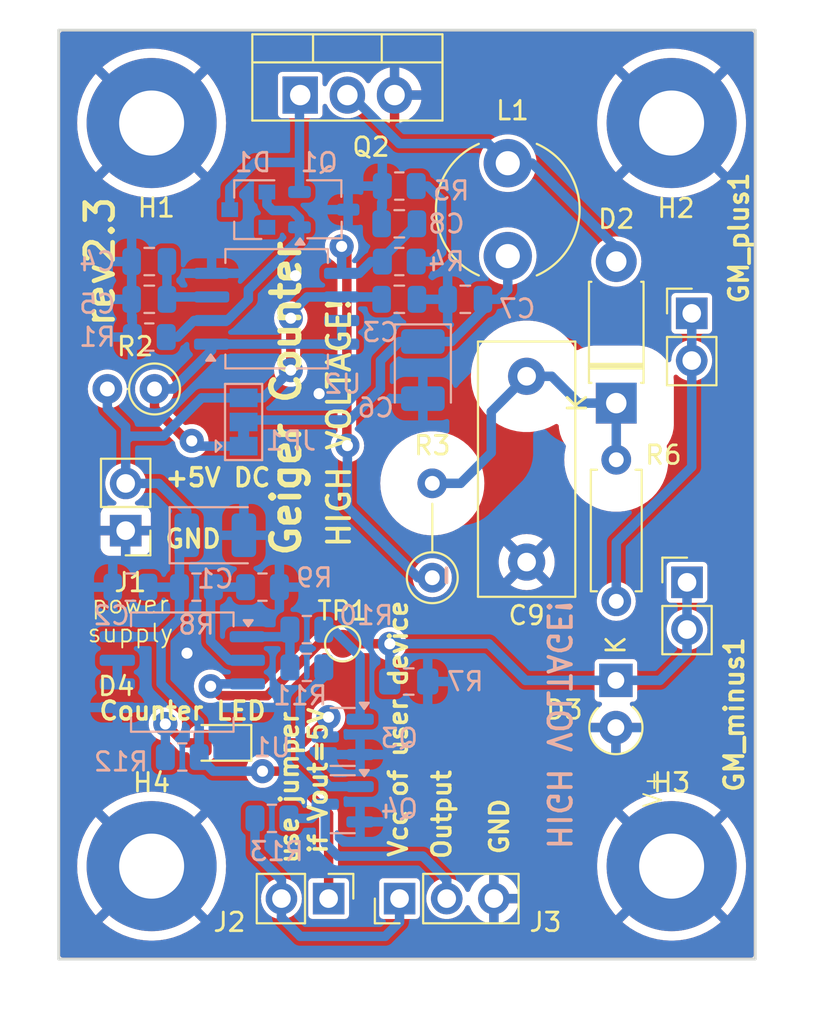
<source format=kicad_pcb>
(kicad_pcb (version 20240108) (generator "pcbnew") (generator_version "8.0")
  (layers (0 "F.Cu" signal "Top") (31 "B.Cu" signal "Bottom") (34 "B.Paste" user) (35 "F.Paste" user) (36 "B.SilkS" user "B.Silkscreen") (37 "F.SilkS" user "F.Silkscreen") (38 "B.Mask" user) (39 "F.Mask" user) (44 "Edge.Cuts" user))
  (net 0 "")
  (net 1 "Net-(JP1-C)")
  (net 2 "Net-(D1-A)")
  (net 3 "Net-(R4-Pad1)")
  (net 4 "Net-(D1-K)")
  (net 5 "Net-(D2-K)")
  (net 6 "Net-(D2-A)")
  (net 7 "GND")
  (net 8 "Net-(D3-K)")
  (net 9 "Net-(D4-A)")
  (net 10 "Net-(D4-K)")
  (net 11 "Net-(GM_plus1-Pin_1)")
  (net 12 "Net-(Q3-B)")
  (net 13 "Net-(Q4-B)")
  (net 14 "Net-(J3-Pin_2)")
  (net 15 "Net-(U1A--)")
  (net 16 "Net-(R10-Pad1)")
  (net 17 "Net-(J2-Pin_2)")
  (net 18 "Net-(U1B--)")
  (net 19 "Net-(J1-Pin_2)")
  (net 20 "Net-(U2-TC)")
  (net 21 "Net-(U2-Vfb)")
  (net 22 "Net-(JP1-A)")
  (footprint "Diode_THT:D_A-405_P2.54mm_Vertical_KathodeUp" (layer "F.Cu") (at 160 115 -90)
    (property "Reference" "D3" (at 1.586 2.774 180) (layer "F.SilkS"))
    (property "Value" "5V1")
    (fp_text user "K" (at -1.9 0 90) (layer "F.SilkS"))
    (pad "1" thru_hole rect (at 0 0 270) (size 1.8 1.8) (drill 0.9) (layers "*.Cu" "*.Mask") (net 8 "Net-(D3-K)"))
    (pad "2" thru_hole oval (at 2.54 0 270) (size 1.8 1.8) (drill 0.9) (layers "*.Cu" "*.Mask") (net 7 "GND"))
  )
  (footprint "Resistor_THT:R_Axial_DIN0207_L6.3mm_D2.5mm_P2.54mm_Vertical" (layer "F.Cu") (at 135.157 99.314 180)
    (property "Reference" "R2" (at 1.045 2.286 0) (layer "F.SilkS"))
    (property "Value" "R22/0.5W")
    (pad "1" thru_hole circle (at 0 0 180) (size 1.6 1.6) (drill 0.8) (layers "*.Cu" "*.Mask") (net 22 "Net-(JP1-A)"))
    (pad "2" thru_hole oval (at 2.54 0 180) (size 1.6 1.6) (drill 0.8) (layers "*.Cu" "*.Mask") (net 19 "Net-(J1-Pin_2)"))
  )
  (footprint "Diode_THT:D_DO-41_SOD81_P7.62mm_Horizontal" (layer "F.Cu") (at 160.02 100.076 90)
    (property "Reference" "D2" (at 9.906 0 0) (layer "F.SilkS"))
    (property "Value" "1n4007")
    (fp_text user "K" (at 0 -2.1 90) (layer "F.SilkS"))
    (pad "1" thru_hole rect (at 0 0 90) (size 2.2 2.2) (drill 1.1) (layers "*.Cu" "*.Mask") (net 5 "Net-(D2-K)"))
    (pad "2" thru_hole oval (at 7.62 0 90) (size 2.2 2.2) (drill 1.1) (layers "*.Cu" "*.Mask") (net 6 "Net-(D2-A)"))
  )
  (footprint "Resistor_THT:R_Axial_DIN0207_L6.3mm_D2.5mm_P5.08mm_Vertical" (layer "F.Cu") (at 150.114 109.474 90)
    (property "Reference" "R3" (at 7.112 0 180) (layer "F.SilkS"))
    (property "Value" "10M")
    (pad "1" thru_hole circle (at 0 0 90) (size 1.6 1.6) (drill 0.8) (layers "*.Cu" "*.Mask") (net 21 "Net-(U2-Vfb)"))
    (pad "2" thru_hole oval (at 5.08 0 90) (size 1.6 1.6) (drill 0.8) (layers "*.Cu" "*.Mask") (net 5 "Net-(D2-K)"))
  )
  (footprint "LED_SMD:LED_0805_2012Metric" (layer "F.Cu") (at 138.684 118.364 180)
    (property "Reference" "D4" (at 5.588 3.048 0) (layer "F.SilkS"))
    (property "Value" "LED")
    (pad "1" smd roundrect (at -0.9375 0 180) (size 0.975 1.4) (layers "F.Cu" "F.Paste" "F.Mask") (net 10 "Net-(D4-K)"))
    (pad "2" smd roundrect (at 0.9375 0 180) (size 0.975 1.4) (layers "F.Cu" "F.Paste" "F.Mask") (net 9 "Net-(D4-A)"))
  )
  (footprint "Inductor_THT:L_Radial_D7.5mm_P5.00mm_Fastron_07P" (layer "F.Cu") (at 154.178 92.162 90)
    (property "Reference" "L1" (at 7.834 0.254 180) (layer "F.SilkS"))
    (property "Value" "680m")
    (pad "1" thru_hole circle (at 0 0 90) (size 2.6 2.6) (drill 1.3) (layers "*.Cu" "*.Mask") (net 1 "Net-(JP1-C)"))
    (pad "2" thru_hole circle (at 5 0 90) (size 2.6 2.6) (drill 1.3) (layers "*.Cu" "*.Mask") (net 6 "Net-(D2-A)"))
  )
  (footprint "Resistor_THT:R_Axial_DIN0207_L6.3mm_D2.5mm_P7.62mm_Horizontal" (layer "F.Cu") (at 160.02 103.124 -90)
    (property "Reference" "R6" (at -0.254 -2.54 0) (layer "F.SilkS"))
    (property "Value" "6M8")
    (pad "1" thru_hole circle (at 0 0 270) (size 1.6 1.6) (drill 0.8) (layers "*.Cu" "*.Mask") (net 5 "Net-(D2-K)"))
    (pad "2" thru_hole oval (at 7.62 0 270) (size 1.6 1.6) (drill 0.8) (layers "*.Cu" "*.Mask") (net 11 "Net-(GM_plus1-Pin_1)"))
  )
  (footprint "Capacitor_THT:C_Rect_L13.5mm_W5.0mm_P10.00mm_FKS3_FKP3_MKS4" (layer "F.Cu") (at 155.194 98.632 -90)
    (property "Reference" "C9" (at 12.874 0 180) (layer "F.SilkS"))
    (property "Value" "100n/630V")
    (pad "1" thru_hole circle (at 0 0 270) (size 2 2) (drill 1) (layers "*.Cu" "*.Mask") (net 5 "Net-(D2-K)"))
    (pad "2" thru_hole circle (at 10 0 270) (size 2 2) (drill 1) (layers "*.Cu" "*.Mask") (net 7 "GND"))
  )
  (footprint "Package_TO_SOT_THT:TO-220-3_Vertical" (layer "F.Cu") (at 143.002 83.495)
    (property "Reference" "Q2" (at 3.81 2.794 0) (layer "F.SilkS"))
    (property "Value" "IRF840")
    (pad "1" thru_hole rect (at 0 0) (size 1.905 2) (drill 1.1) (layers "*.Cu" "*.Mask") (net 4 "Net-(D1-K)"))
    (pad "2" thru_hole oval (at 2.54 0) (size 1.905 2) (drill 1.1) (layers "*.Cu" "*.Mask") (net 6 "Net-(D2-A)"))
    (pad "3" thru_hole oval (at 5.08 0) (size 1.905 2) (drill 1.1) (layers "*.Cu" "*.Mask") (net 7 "GND"))
  )
  (footprint "Connector_PinHeader_2.54mm:PinHeader_1x02_P2.54mm_Vertical" (layer "F.Cu") (at 133.604 106.939 180)
    (property "Reference" "J1" (at -0.254 -2.789 180) (layer "F.SilkS"))
    (property "Value" "Conn_01x02_Male")
    (pad "1" thru_hole rect (at 0 0 180) (size 1.7 1.7) (drill 1) (layers "*.Cu" "*.Mask") (net 7 "GND"))
    (pad "2" thru_hole oval (at 0 2.54 180) (size 1.7 1.7) (drill 1) (layers "*.Cu" "*.Mask") (net 19 "Net-(J1-Pin_2)"))
  )
  (footprint "Pin_Headers:Pin_Header_Straight_1x02_Pitch2.54mm" (layer "F.Cu") (at 163.83 109.723)
    (property "Reference" "GM_minus1" (at 2.54 7.117 90) (layer "F.SilkS") (effects (font (thickness 0.2) (bold yes))))
    (property "Value" "Conn_01x02_Male")
    (pad "1" thru_hole rect (at 0 0) (size 1.7 1.7) (drill 1) (layers "*.Cu" "*.Mask") (net 8 "Net-(D3-K)"))
    (pad "2" thru_hole oval (at 0 2.54) (size 1.7 1.7) (drill 1) (layers "*.Cu" "*.Mask") (net 8 "Net-(D3-K)"))
  )
  (footprint "Pin_Headers:Pin_Header_Straight_1x02_Pitch2.54mm" (layer "F.Cu") (at 164.084 95.245)
    (property "Reference" "GM_plus1" (at 2.54 -4.059 90) (layer "F.SilkS") (effects (font (thickness 0.2) (bold yes))))
    (property "Value" "Conn_01x02_Male")
    (pad "1" thru_hole rect (at 0 0) (size 1.7 1.7) (drill 1) (layers "*.Cu" "*.Mask") (net 11 "Net-(GM_plus1-Pin_1)"))
    (pad "2" thru_hole oval (at 0 2.54) (size 1.7 1.7) (drill 1) (layers "*.Cu" "*.Mask") (net 11 "Net-(GM_plus1-Pin_1)"))
  )
  (footprint "MountingHole:MountingHole_3.5mm_Pad" (layer "F.Cu") (at 135 85)
    (property "Reference" "H1" (at 0.255 4.5604 0) (layer "F.SilkS"))
    (property "Value" "MountingHole_Pad")
    (pad "1" thru_hole circle (at 0 0) (size 7 7) (drill 3.5) (layers "*.Cu" "*.Mask") (net 7 "GND"))
  )
  (footprint "MountingHole:MountingHole_3.5mm_Pad" (layer "F.Cu") (at 135 125)
    (property "Reference" "H4" (at 0 -4.5 0) (layer "F.SilkS"))
    (property "Value" "MountingHole_Pad")
    (pad "1" thru_hole circle (at 0 0) (size 7 7) (drill 3.5) (layers "*.Cu" "*.Mask") (net 7 "GND"))
  )
  (footprint "MountingHole:MountingHole_3.5mm_Pad" (layer "F.Cu") (at 163 85)
    (property "Reference" "H2" (at 0.2308 4.5858 0) (layer "F.SilkS"))
    (property "Value" "MountingHole_Pad")
    (pad "1" thru_hole circle (at 0 0) (size 7 7) (drill 3.5) (layers "*.Cu" "*.Mask") (net 7 "GND"))
  )
  (footprint "TestPoint:TestPoint_Pad_D1.5mm" (layer "F.Cu") (at 145.288 113.03 90)
    (property "Reference" "TP1" (at 1.778 0 180) (layer "F.SilkS"))
    (property "Value" "TestPoint")
    (pad "1" smd circle (at 0 0 90) (size 1.5 1.5) (layers "F.Cu" "F.Mask") (net 8 "Net-(D3-K)"))
  )
  (footprint "Connector_PinHeader_2.54mm:PinHeader_1x03_P2.54mm_Vertical" (layer "F.Cu") (at 148.351 126.746 90)
    (property "Reference" "J3" (at -1.27 7.859 180) (layer "F.SilkS"))
    (property "Value" "Conn_01x03_Male")
    (pad "1" thru_hole rect (at 0 0 90) (size 1.7 1.7) (drill 1) (layers "*.Cu" "*.Mask") (net 17 "Net-(J2-Pin_2)"))
    (pad "2" thru_hole oval (at 0 2.54 90) (size 1.7 1.7) (drill 1) (layers "*.Cu" "*.Mask") (net 14 "Net-(J3-Pin_2)"))
    (pad "3" thru_hole oval (at 0 5.08 90) (size 1.7 1.7) (drill 1) (layers "*.Cu" "*.Mask") (net 7 "GND"))
  )
  (footprint "MountingHole:MountingHole_3.5mm_Pad" (layer "F.Cu") (at 163 125)
    (property "Reference" "H3" (at 0 -4.5 0) (layer "F.SilkS"))
    (property "Value" "MountingHole_Pad")
    (pad "1" thru_hole circle (at 0 0) (size 7 7) (drill 3.5) (layers "*.Cu" "*.Mask") (net 7 "GND"))
  )
  (footprint "Connector_PinHeader_2.54mm:PinHeader_1x02_P2.54mm_Vertical" (layer "F.Cu") (at 144.531 126.746 -90)
    (property "Reference" "J2" (at 1.27 5.339 180) (layer "F.SilkS"))
    (property "Value" "Conn_01x02_Male")
    (pad "1" thru_hole rect (at 0 0 270) (size 1.7 1.7) (drill 1) (layers "*.Cu" "*.Mask") (net 19 "Net-(J1-Pin_2)"))
    (pad "2" thru_hole oval (at 0 2.54 270) (size 1.7 1.7) (drill 1) (layers "*.Cu" "*.Mask") (net 17 "Net-(J2-Pin_2)"))
  )
  (footprint "Package_TO_SOT_SMD:SOT-23" (layer "B.Cu") (at 145.288 121.666 180)
    (property "Reference" "Q4" (at -3.048 -0.254 0) (layer "B.SilkS") (effects (justify mirror)))
    (property "Value" "BC848")
    (pad "1" smd roundrect (at -0.9375 0.95 180) (size 1.475 0.6) (layers "B.Cu" "B.Paste" "B.Mask") (net 13 "Net-(Q4-B)"))
    (pad "2" smd roundrect (at -0.9375 -0.95 180) (size 1.475 0.6) (layers "B.Cu" "B.Paste" "B.Mask") (net 7 "GND"))
    (pad "3" smd roundrect (at 0.9375 0 180) (size 1.475 0.6) (layers "B.Cu" "B.Paste" "B.Mask") (net 14 "Net-(J3-Pin_2)"))
  )
  (footprint "Package_TO_SOT_SMD:SOT-23" (layer "B.Cu") (at 145.288 118.044 180)
    (property "Reference" "Q3" (at -3.048 -0.066 0) (layer "B.SilkS") (effects (justify mirror)))
    (property "Value" "BC848")
    (pad "1" smd roundrect (at -0.9375 0.95 180) (size 1.475 0.6) (layers "B.Cu" "B.Paste" "B.Mask") (net 12 "Net-(Q3-B)"))
    (pad "2" smd roundrect (at -0.9375 -0.95 180) (size 1.475 0.6) (layers "B.Cu" "B.Paste" "B.Mask") (net 7 "GND"))
    (pad "3" smd roundrect (at 0.9375 0 180) (size 1.475 0.6) (layers "B.Cu" "B.Paste" "B.Mask") (net 10 "Net-(D4-K)"))
  )
  (footprint "Capacitor_Tantalum_SMD:CP_EIA-3528-21_Kemet-B" (layer "B.Cu") (at 149.606 98.298 -90)
    (property "Reference" "C6" (at 2.032 2.54 180) (layer "B.SilkS") (effects (justify mirror)))
    (property "Value" "10u/6V3")
    (pad "1" smd roundrect (at -1.5375 0 270) (size 1.325 2.35) (layers "B.Cu" "B.Paste" "B.Mask") (roundrect_rratio 0.188679) (net 1 "Net-(JP1-C)"))
    (pad "2" smd roundrect (at 1.5375 0 270) (size 1.325 2.35) (layers "B.Cu" "B.Paste" "B.Mask") (roundrect_rratio 0.188679) (net 7 "GND"))
  )
  (footprint "Capacitor_SMD:C_0805_2012Metric" (layer "B.Cu") (at 134.874 92.456 180)
    (property "Reference" "C4" (at 2.794 0 0) (layer "B.SilkS") (effects (justify mirror)))
    (property "Value" "not mounted")
    (pad "1" smd roundrect (at -0.95 0 180) (size 1 1.45) (layers "B.Cu" "B.Paste" "B.Mask") (net 20 "Net-(U2-TC)"))
    (pad "2" smd roundrect (at 0.95 0 180) (size 1 1.45) (layers "B.Cu" "B.Paste" "B.Mask") (net 7 "GND"))
  )
  (footprint "Resistor_SMD:R_0805_2012Metric" (layer "B.Cu") (at 134.874 96.52)
    (property "Reference" "R1" (at -2.794 0 0) (layer "B.SilkS") (effects (justify mirror)))
    (property "Value" "10k")
    (pad "1" smd roundrect (at -0.9125 0) (size 1.025 1.4) (layers "B.Cu" "B.Paste" "B.Mask") (roundrect_rratio 0.243902) (net 7 "GND"))
    (pad "2" smd roundrect (at 0.9125 0) (size 1.025 1.4) (layers "B.Cu" "B.Paste" "B.Mask") (roundrect_rratio 0.243902) (net 2 "Net-(D1-A)"))
  )
  (footprint "Resistor_SMD:R_0805_2012Metric" (layer "B.Cu") (at 148.336 92.456 180)
    (property "Reference" "R4" (at -2.54 0 0) (layer "B.SilkS") (effects (justify mirror)))
    (property "Value" "1k")
    (pad "1" smd roundrect (at -0.9125 0 180) (size 1.025 1.4) (layers "B.Cu" "B.Paste" "B.Mask") (roundrect_rratio 0.243902) (net 3 "Net-(R4-Pad1)"))
    (pad "2" smd roundrect (at 0.9125 0 180) (size 1.025 1.4) (layers "B.Cu" "B.Paste" "B.Mask") (roundrect_rratio 0.243902) (net 21 "Net-(U2-Vfb)"))
  )
  (footprint "Resistor_SMD:R_0805_2012Metric" (layer "B.Cu") (at 148.336 88.392)
    (property "Reference" "R5" (at 2.794 0.254 180) (layer "B.SilkS") (effects (justify mirror)))
    (property "Value" "30k")
    (pad "1" smd roundrect (at -0.9125 0) (size 1.025 1.4) (layers "B.Cu" "B.Paste" "B.Mask") (roundrect_rratio 0.243902) (net 7 "GND"))
    (pad "2" smd roundrect (at 0.9125 0) (size 1.025 1.4) (layers "B.Cu" "B.Paste" "B.Mask") (roundrect_rratio 0.243902) (net 3 "Net-(R4-Pad1)"))
  )
  (footprint "Resistor_SMD:R_0805_2012Metric_Pad1.15x1.40mm_HandSolder" (layer "B.Cu") (at 148.844 115.062 180)
    (property "Reference" "R7" (at -3.048 0 360) (layer "B.SilkS") (effects (justify mirror)))
    (property "Value" "10k")
    (pad "1" smd roundrect (at -1.025 0 180) (size 1.15 1.4) (layers "B.Cu" "B.Paste" "B.Mask") (roundrect_rratio 0.217391) (net 7 "GND"))
    (pad "2" smd roundrect (at 1.025 0 180) (size 1.15 1.4) (layers "B.Cu" "B.Paste" "B.Mask") (roundrect_rratio 0.217391) (net 8 "Net-(D3-K)"))
  )
  (footprint "Resistor_SMD:R_0805_2012Metric" (layer "B.Cu") (at 137.414 109.982 180)
    (property "Reference" "R8" (at 0 -2.032 0) (layer "B.SilkS") (effects (justify mirror)))
    (property "Value" "10k")
    (pad "1" smd roundrect (at -0.9125 0 180) (size 1.025 1.4) (layers "B.Cu" "B.Paste" "B.Mask") (roundrect_rratio 0.243902) (net 15 "Net-(U1A--)"))
    (pad "2" smd roundrect (at 0.9125 0 180) (size 1.025 1.4) (layers "B.Cu" "B.Paste" "B.Mask") (roundrect_rratio 0.243902) (net 19 "Net-(J1-Pin_2)"))
  )
  (footprint "Resistor_SMD:R_0805_2012Metric" (layer "B.Cu") (at 140.97 109.982 180)
    (property "Reference" "R9" (at -2.794 0.508 0) (layer "B.SilkS") (effects (justify mirror)))
    (property "Value" "470R")
    (pad "1" smd roundrect (at -0.9125 0 180) (size 1.025 1.4) (layers "B.Cu" "B.Paste" "B.Mask") (roundrect_rratio 0.243902) (net 7 "GND"))
    (pad "2" smd roundrect (at 0.9125 0 180) (size 1.025 1.4) (layers "B.Cu" "B.Paste" "B.Mask") (roundrect_rratio 0.243902) (net 15 "Net-(U1A--)"))
  )
  (footprint "Resistor_SMD:R_0805_2012Metric" (layer "B.Cu") (at 143.3595 114.3)
    (property "Reference" "R11" (at -0.3575 1.524 0) (layer "B.SilkS") (effects (justify mirror)))
    (property "Value" "1k")
    (pad "1" smd roundrect (at -0.9125 0) (size 1.025 1.4) (layers "B.Cu" "B.Paste" "B.Mask") (roundrect_rratio 0.243902) (net 16 "Net-(R10-Pad1)"))
    (pad "2" smd roundrect (at 0.9125 0) (size 1.025 1.4) (layers "B.Cu" "B.Paste" "B.Mask") (roundrect_rratio 0.243902) (net 13 "Net-(Q4-B)"))
  )
  (footprint "Resistor_SMD:R_0805_2012Metric" (layer "B.Cu") (at 136.652 119.126)
    (property "Reference" "R12" (at -3.302 0.254 0) (layer "B.SilkS") (effects (justify mirror)))
    (property "Value" "470R")
    (pad "1" smd roundrect (at -0.9125 0) (size 1.025 1.4) (layers "B.Cu" "B.Paste" "B.Mask") (roundrect_rratio 0.243902) (net 9 "Net-(D4-A)"))
    (pad "2" smd roundrect (at 0.9125 0) (size 1.025 1.4) (layers "B.Cu" "B.Paste" "B.Mask") (roundrect_rratio 0.243902) (net 19 "Net-(J1-Pin_2)"))
  )
  (footprint "Resistor_SMD:R_0805_2012Metric" (layer "B.Cu") (at 141.478 122.428 180)
    (property "Reference" "R13" (at -0.254 -1.778 0) (layer "B.SilkS") (effects (justify mirror)))
    (property "Value" "1k")
    (pad "1" smd roundrect (at -0.9125 0 180) (size 1.025 1.4) (layers "B.Cu" "B.Paste" "B.Mask") (roundrect_rratio 0.243902) (net 14 "Net-(J3-Pin_2)"))
    (pad "2" smd roundrect (at 0.9125 0 180) (size 1.025 1.4) (layers "B.Cu" "B.Paste" "B.Mask") (roundrect_rratio 0.243902) (net 17 "Net-(J2-Pin_2)"))
  )
  (footprint "Package_TO_SOT_SMD:TSOT-23" (layer "B.Cu") (at 144.272 89.662)
    (property "Reference" "Q1" (at -0.254 -2.54 0) (layer "B.SilkS") (effects (justify mirror)))
    (property "Value" "BC859")
    (pad "1" smd roundrect (at -1.31 0.95) (size 1.22 0.65) (layers "B.Cu" "B.Paste" "B.Mask") (net 2 "Net-(D1-A)"))
    (pad "2" smd roundrect (at -1.31 -0.95) (size 1.22 0.65) (layers "B.Cu" "B.Paste" "B.Mask") (net 4 "Net-(D1-K)"))
    (pad "3" smd roundrect (at 1.31 0) (size 1.22 0.65) (layers "B.Cu" "B.Paste" "B.Mask") (net 7 "GND"))
  )
  (footprint "Capacitor_SMD:C_0805_2012Metric" (layer "B.Cu") (at 134.874 94.488 180)
    (property "Reference" "C5" (at 2.794 -0.254 0) (layer "B.SilkS") (effects (justify mirror)))
    (property "Value" "3n2")
    (pad "1" smd roundrect (at -0.95 0 180) (size 1 1.45) (layers "B.Cu" "B.Paste" "B.Mask") (net 20 "Net-(U2-TC)"))
    (pad "2" smd roundrect (at 0.95 0 180) (size 1 1.45) (layers "B.Cu" "B.Paste" "B.Mask") (net 7 "GND"))
  )
  (footprint "Capacitor_SMD:C_0805_2012Metric" (layer "B.Cu") (at 151.892 94.488 180)
    (property "Reference" "C7" (at -2.794 -0.508 0) (layer "B.SilkS") (effects (justify mirror)))
    (property "Value" "10n")
    (pad "1" smd roundrect (at -0.95 0 180) (size 1 1.45) (layers "B.Cu" "B.Paste" "B.Mask") (net 1 "Net-(JP1-C)"))
    (pad "2" smd roundrect (at 0.95 0 180) (size 1 1.45) (layers "B.Cu" "B.Paste" "B.Mask") (net 7 "GND"))
  )
  (footprint "Capacitor_SMD:C_0805_2012Metric" (layer "B.Cu") (at 148.336 90.424 180)
    (property "Reference" "C8" (at -2.54 0 0) (layer "B.SilkS") (effects (justify mirror)))
    (property "Value" "10n")
    (pad "1" smd roundrect (at -0.95 0 180) (size 1 1.45) (layers "B.Cu" "B.Paste" "B.Mask") (net 21 "Net-(U2-Vfb)"))
    (pad "2" smd roundrect (at 0.95 0 180) (size 1 1.45) (layers "B.Cu" "B.Paste" "B.Mask") (net 7 "GND"))
  )
  (footprint "Capacitor_Tantalum_SMD:CP_EIA-3528-21_Kemet-B" (layer "B.Cu") (at 138.43 107.188)
    (property "Reference" "C1" (at 0 2.35 360) (layer "B.SilkS") (effects (justify mirror)))
    (property "Value" "10u/6V3")
    (pad "1" smd roundrect (at -1.5375 0) (size 1.325 2.35) (layers "B.Cu" "B.Paste" "B.Mask") (roundrect_rratio 0.188679) (net 19 "Net-(J1-Pin_2)"))
    (pad "2" smd roundrect (at 1.5375 0) (size 1.325 2.35) (layers "B.Cu" "B.Paste" "B.Mask") (roundrect_rratio 0.188679) (net 7 "GND"))
  )
  (footprint "Capacitor_SMD:C_0805_2012Metric" (layer "B.Cu") (at 133.858 109.982 180)
    (property "Reference" "C2" (at 1.016 -1.524 0) (layer "B.SilkS") (effects (justify mirror)))
    (property "Value" "100n")
    (pad "1" smd roundrect (at -0.95 0 180) (size 1 1.45) (layers "B.Cu" "B.Paste" "B.Mask") (net 19 "Net-(J1-Pin_2)"))
    (pad "2" smd roundrect (at 0.95 0 180) (size 1 1.45) (layers "B.Cu" "B.Paste" "B.Mask") (net 7 "GND"))
  )
  (footprint "Capacitor_SMD:C_0805_2012Metric" (layer "B.Cu") (at 148.336 94.488)
    (property "Reference" "C3" (at -1.016 1.778 0) (layer "B.SilkS") (effects (justify mirror)))
    (property "Value" "100n")
    (pad "1" smd roundrect (at -0.95 0) (size 1 1.45) (layers "B.Cu" "B.Paste" "B.Mask") (net 19 "Net-(J1-Pin_2)"))
    (pad "2" smd roundrect (at 0.95 0) (size 1 1.45) (layers "B.Cu" "B.Paste" "B.Mask") (net 7 "GND"))
  )
  (footprint "Jumper:SolderJumper-3_P1.3mm_Bridged12_Pad1.0x1.5mm" (layer "B.Cu") (at 139.954 101.092 90)
    (property "Reference" "JP1" (at -1.016 2.54 180) (layer "B.SilkS") (effects (justify mirror)))
    (property "Value" "Jumper_3_Bridged12")
    (pad "1" smd custom (at -1.3 0 90) (size 1 1.5) (layers "B.Cu" "B.Mask") (net 22 "Net-(JP1-A)") (options (clearance outline) (anchor rect)) (primitives (gr_poly (pts (xy 0.4 0.3) (xy 0.9 0.3) (xy 0.9 -0.3) (xy 0.4 -0.3)) (width 0) (fill yes))))
    (pad "2" smd rect (at 0 0 90) (size 1 1.5) (layers "B.Cu" "B.Mask") (net 1 "Net-(JP1-C)"))
    (pad "3" smd rect (at 1.3 0 90) (size 1 1.5) (layers "B.Cu" "B.Mask") (net 19 "Net-(J1-Pin_2)"))
  )
  (footprint "Diodes_SMD:D_SOT-23_ANK" (layer "B.Cu") (at 140.208 89.662 180)
    (property "Reference" "D1" (at -0.254 2.54 0) (layer "B.SilkS") (effects (justify mirror)))
    (property "Value" "D_Schottky")
    (pad "" smd rect (at -1 -0.95 180) (size 0.9 0.8) (layers "B.Cu" "B.Paste" "B.Mask"))
    (pad "1" smd rect (at 1 0 180) (size 0.9 0.8) (layers "B.Cu" "B.Paste" "B.Mask") (net 4 "Net-(D1-K)"))
    (pad "2" smd rect (at -1 0.95 180) (size 0.9 0.8) (layers "B.Cu" "B.Paste" "B.Mask") (net 2 "Net-(D1-A)"))
  )
  (footprint "Resistor_SMD:R_0805_2012Metric" (layer "B.Cu") (at 143.3595 112.268)
    (property "Reference" "R10" (at 3.1985 -0.762 0) (layer "B.SilkS") (effects (justify mirror)))
    (property "Value" "1k")
    (pad "1" smd roundrect (at -0.9125 0) (size 1.025 1.4) (layers "B.Cu" "B.Paste" "B.Mask") (roundrect_rratio 0.243902) (net 16 "Net-(R10-Pad1)"))
    (pad "2" smd roundrect (at 0.9125 0) (size 1.025 1.4) (layers "B.Cu" "B.Paste" "B.Mask") (roundrect_rratio 0.243902) (net 12 "Net-(Q3-B)"))
  )
  (footprint "Package_SO:SO-8_5.3x6.2mm_P1.27mm" (layer "B.Cu") (at 141.732 94.996)
    (property "Reference" "U2" (at 3.556 4.05 0) (layer "B.SilkS") (effects (justify mirror)))
    (property "Value" "MC34063AD")
    (pad "1" smd roundrect (at -3.5 1.905) (size 1.9 0.6) (layers "B.Cu" "B.Paste" "B.Mask") (net 22 "Net-(JP1-A)"))
    (pad "2" smd roundrect (at -3.5 0.635) (size 1.9 0.6) (layers "B.Cu" "B.Paste" "B.Mask") (net 2 "Net-(D1-A)"))
    (pad "3" smd roundrect (at -3.5 -0.635) (size 1.9 0.6) (layers "B.Cu" "B.Paste" "B.Mask") (net 20 "Net-(U2-TC)"))
    (pad "4" smd roundrect (at -3.5 -1.905) (size 1.9 0.6) (layers "B.Cu" "B.Paste" "B.Mask") (net 7 "GND"))
    (pad "5" smd roundrect (at 3.5 -1.905) (size 1.9 0.6) (layers "B.Cu" "B.Paste" "B.Mask") (net 21 "Net-(U2-Vfb)"))
    (pad "6" smd roundrect (at 3.5 -0.635) (size 1.9 0.6) (layers "B.Cu" "B.Paste" "B.Mask") (net 19 "Net-(J1-Pin_2)"))
    (pad "7" smd roundrect (at 3.5 0.635) (size 1.9 0.6) (layers "B.Cu" "B.Paste" "B.Mask") (net 22 "Net-(JP1-A)"))
    (pad "8" smd roundrect (at 3.5 1.905) (size 1.9 0.6) (layers "B.Cu" "B.Paste" "B.Mask") (net 22 "Net-(JP1-A)"))
  )
  (footprint "Package_SO:SO-8_5.3x6.2mm_P1.27mm" (layer "B.Cu") (at 136.652 114.554 180)
    (property "Reference" "U1" (at -4.826 -4.064 0) (layer "B.SilkS") (effects (justify mirror)))
    (property "Value" "LM358")
    (pad "1" smd roundrect (at -3.5 1.905 180) (size 1.9 0.6) (layers "B.Cu" "B.Paste" "B.Mask") (net 16 "Net-(R10-Pad1)"))
    (pad "2" smd roundrect (at -3.5 0.635 180) (size 1.9 0.6) (layers "B.Cu" "B.Paste" "B.Mask") (net 15 "Net-(U1A--)"))
    (pad "3" smd roundrect (at -3.5 -0.635 180) (size 1.9 0.6) (layers "B.Cu" "B.Paste" "B.Mask") (net 8 "Net-(D3-K)"))
    (pad "4" smd roundrect (at -3.5 -1.905 180) (size 1.9 0.6) (layers "B.Cu" "B.Paste" "B.Mask") (net 7 "GND"))
    (pad "5" smd roundrect (at 3.5 -1.905 180) (size 1.9 0.6) (layers "B.Cu" "B.Paste" "B.Mask") (net 7 "GND"))
    (pad "6" smd roundrect (at 3.5 -0.635 180) (size 1.9 0.6) (layers "B.Cu" "B.Paste" "B.Mask") (net 18 "Net-(U1B--)"))
    (pad "7" smd roundrect (at 3.5 0.635 180) (size 1.9 0.6) (layers "B.Cu" "B.Paste" "B.Mask") (net 18 "Net-(U1B--)"))
    (pad "8" smd roundrect (at 3.5 1.905 180) (size 1.9 0.6) (layers "B.Cu" "B.Paste" "B.Mask") (net 19 "Net-(J1-Pin_2)"))
  )
  (gr_line (start 150.876 109.728) (end 150.876 108.966) (stroke (width 0.2)) (layer "B.SilkS"))
  (gr_line (start 130 130) (end 130 80) (stroke (width 0.15)) (layer "Edge.Cuts"))
  (gr_line (start 167.5 80) (end 167.5 130) (stroke (width 0.15)) (layer "Edge.Cuts"))
  (gr_line (start 167.5 130) (end 130 130) (stroke (width 0.15)) (layer "Edge.Cuts"))
  (gr_line (start 130 80) (end 167.5 80) (stroke (width 0.15)) (layer "Edge.Cuts"))
  (gr_text "HIGH VOLTAGE!" (at 156.21 124.206 -90) (layer "B.SilkS") (effects (font (size 1.2065 1.2065) (thickness 0.2032)) (justify left bottom mirror)))
  (gr_text "Output" (at 150.622 124.714 90) (layer "F.SilkS") (effects (font (size 0.9652 0.9652) (thickness 0.19304) (bold yes)) (justify left)))
  (gr_text "GND" (at 153.162 124.46 90) (layer "F.SilkS") (effects (font (size 0.9652 0.9652) (thickness 0.19304) (bold yes)) (justify left top)))
  (gr_text "V+" (at 162.56 121.92 90) (layer "F.SilkS") (effects (font (size 0.9652 0.9652) (thickness 0.1016)) (justify left bottom)))
  (gr_text "+5V DC" (at 135.636 104.648 0) (layer "F.SilkS") (effects (font (size 0.9652 0.9652) (thickness 0.19304) (bold yes)) (justify left bottom)))
  (gr_text "Counter LED" (at 132.08 116.078 0) (layer "F.SilkS") (effects (font (size 0.9652 0.9652) (thickness 0.19304) (bold yes)) (justify left top)))
  (gr_text "Vcc of user device" (at 148.844 117.602 90) (layer "F.SilkS") (effects (font (size 0.9652 0.9652) (thickness 0.19304) (bold yes)) (justify bottom)))
  (gr_text "use jumper \nif Vout=5V" (at 144.526 120.396 90) (layer "F.SilkS") (effects (font (size 0.9652 0.9652) (thickness 0.19304) (bold yes)) (justify bottom)))
  (gr_text "rev2.3" (at 133.096 92.456 90) (layer "F.SilkS") (effects (font (size 1.5 1.5) (thickness 0.25)) (justify bottom)))
  (gr_text "GND" (at 135.636 107.95 0) (layer "F.SilkS") (effects (font (size 0.9652 0.9652) (thickness 0.19304) (bold yes)) (justify left bottom)))
  (gr_text "Geiger Counter" (at 142.24 99.822 90) (layer "F.SilkS") (effects (font (size 1.5 1.5) (thickness 0.3))))
  (gr_text "HIGH VOLTAGE!" (at 145.796 107.95 90) (layer "F.SilkS") (effects (font (size 1.2065 1.2065) (thickness 0.2032)) (justify left bottom)))
  (gr_text "power\nsupply" (at 133.858 113.03 0) (layer "F.SilkS") (effects (font (size 0.9652 0.9652) (thickness 0.1016)) (justify bottom)))
  (segment (start 147.32 99.314) (end 145.651 100.983) (width 0.508) (layer "B.Cu") (net 1))
  (segment (start 152.842 94.382) (end 152.842 94.488) (width 0.508) (layer "B.Cu") (net 1))
  (segment (start 149.86 96.7605) (end 148.3495 96.7605) (width 0.508) (layer "B.Cu") (net 1))
  (segment (start 153.67 94.488) (end 154.178 93.98) (width 0.508) (layer "B.Cu") (net 1))
  (segment (start 145.651 100.983) (end 139.954 100.983) (width 0.508) (layer "B.Cu") (net 1))
  (segment (start 152.842 94.488) (end 153.67 94.488) (width 0.508) (layer "B.Cu") (net 1))
  (segment (start 152.654 94.194) (end 152.842 94.382) (width 0.508) (layer "B.Cu") (net 1))
  (segment (start 152.842 95.062) (end 151.1435 96.7605) (width 0.508) (layer "B.Cu") (net 1))
  (segment (start 154.178 93.98) (end 154.178 92.162) (width 0.508) (layer "B.Cu") (net 1))
  (segment (start 151.1435 96.7605) (end 149.86 96.7605) (width 0.508) (layer "B.Cu") (net 1))
  (segment (start 152.842 94.488) (end 152.842 95.062) (width 0.508) (layer "B.Cu") (net 1))
  (segment (start 147.32 97.79) (end 147.32 99.314) (width 0.508) (layer "B.Cu") (net 1))
  (segment (start 148.3495 96.7605) (end 147.32 97.79) (width 0.508) (layer "B.Cu") (net 1))
  (segment (start 142.962 90.13) (end 142.54 89.708) (width 0.508) (layer "B.Cu") (net 2))
  (segment (start 140.208 94.488) (end 140.208 93.98) (width 0.508) (layer "B.Cu") (net 2))
  (segment (start 135.7865 96.52) (end 136.398 96.52) (width 0.508) (layer "B.Cu") (net 2))
  (segment (start 142.962 91.226) (end 142.962 90.612) (width 0.508) (layer "B.Cu") (net 2))
  (segment (start 136.398 96.52) (end 137.287 95.631) (width 0.508) (layer "B.Cu") (net 2))
  (segment (start 139.065 95.631) (end 140.208 94.488) (width 0.508) (layer "B.Cu") (net 2))
  (segment (start 141.524 89.708) (end 141.208 89.392) (width 0.508) (layer "B.Cu") (net 2))
  (segment (start 142.962 90.612) (end 142.962 90.13) (width 0.508) (layer "B.Cu") (net 2))
  (segment (start 140.208 93.98) (end 142.962 91.226) (width 0.508) (layer "B.Cu") (net 2))
  (segment (start 138.232 95.631) (end 139.065 95.631) (width 0.508) (layer "B.Cu") (net 2))
  (segment (start 141.208 89.392) (end 141.208 88.712) (width 0.508) (layer "B.Cu") (net 2))
  (segment (start 137.287 95.631) (end 138.232 95.631) (width 0.508) (layer "B.Cu") (net 2))
  (segment (start 142.54 89.708) (end 141.524 89.708) (width 0.508) (layer "B.Cu") (net 2))
  (segment (start 149.86 88.392) (end 149.2485 88.392) (width 0.508) (layer "B.Cu") (net 3))
  (segment (start 150.622 91.948) (end 150.622 89.154) (width 0.508) (layer "B.Cu") (net 3))
  (segment (start 150.622 89.154) (end 149.86 88.392) (width 0.508) (layer "B.Cu") (net 3))
  (segment (start 150.114 92.456) (end 150.622 91.948) (width 0.508) (layer "B.Cu") (net 3))
  (segment (start 149.2485 92.456) (end 150.114 92.456) (width 0.508) (layer "B.Cu") (net 3))
  (segment (start 139.208 88.503) (end 140.589 87.122) (width 0.508) (layer "B.Cu") (net 4))
  (segment (start 142.962 88.712) (end 142.962 87.122) (width 0.508) (layer "B.Cu") (net 4))
  (segment (start 140.589 87.122) (end 142.962 87.122) (width 0.508) (layer "B.Cu") (net 4))
  (segment (start 142.962 87.122) (end 142.962 83.352) (width 0.508) (layer "B.Cu") (net 4))
  (segment (start 142.962 83.352) (end 143.002 83.312) (width 0.508) (layer "B.Cu") (net 4))
  (segment (start 139.208 89.662) (end 139.208 88.503) (width 0.508) (layer "B.Cu") (net 4))
  (segment (start 157.988 100.076) (end 156.544 98.632) (width 0.508) (layer "B.Cu") (net 5))
  (segment (start 160.02 100.076) (end 160.02 103.124) (width 0.508) (layer "B.Cu") (net 5))
  (segment (start 153.289 102.743) (end 151.638 104.394) (width 0.508) (layer "B.Cu") (net 5))
  (segment (start 156.544 98.632) (end 155.194 98.632) (width 0.508) (layer "B.Cu") (net 5))
  (segment (start 155.194 98.632) (end 153.289 100.537) (width 0.508) (layer "B.Cu") (net 5))
  (segment (start 151.638 104.394) (end 150.114 104.394) (width 0.508) (layer "B.Cu") (net 5))
  (segment (start 160.02 100.076) (end 157.988 100.076) (width 0.508) (layer "B.Cu") (net 5))
  (segment (start 153.289 100.537) (end 153.289 102.743) (width 0.508) (layer "B.Cu") (net 5))
  (segment (start 148.336 86.106) (end 153.122 86.106) (width 0.508) (layer "B.Cu") (net 6))
  (segment (start 154.178 87.162) (end 155.488 87.162) (width 0.508) (layer "B.Cu") (net 6))
  (segment (start 155.488 87.162) (end 160.02 91.694) (width 0.508) (layer "B.Cu") (net 6))
  (segment (start 160.02 91.694) (end 160.02 92.456) (width 0.508) (layer "B.Cu") (net 6))
  (segment (start 153.122 86.106) (end 154.178 87.162) (width 0.508) (layer "B.Cu") (net 6))
  (segment (start 145.542 83.312) (end 148.336 86.106) (width 0.508) (layer "B.Cu") (net 6))
  (via (at 136.906 113.538) (size 1.3) (drill 0.6) (layers "F.Cu" "B.Cu") (net 7))
  (via (at 142.748 93.218) (size 1.3) (drill 0.6) (layers "F.Cu" "B.Cu") (net 7))
  (via (at 144.018 99.568) (size 1.3) (drill 0.6) (layers "F.Cu" "B.Cu") (net 7))
  (segment (start 141.224 115.824) (end 138.684 115.824) (width 0.508) (layer "F.Cu") (net 8))
  (segment (start 145.288 113.03) (end 144.018 113.03) (width 0.508) (layer "F.Cu") (net 8))
  (segment (start 138.684 115.824) (end 138.176 115.316) (width 0.508) (layer "F.Cu") (net 8))
  (segment (start 147.828 113.03) (end 145.288 113.03) (width 0.508) (layer "F.Cu") (net 8))
  (segment (start 144.018 113.03) (end 141.224 115.824) (width 0.508) (layer "F.Cu") (net 8))
  (via (at 147.828 113.03) (size 1.3) (drill 0.6) (layers "F.Cu" "B.Cu") (net 8))
  (via (at 138.176 115.316) (size 1.3) (drill 0.6) (layers "F.Cu" "B.Cu") (net 8))
  (segment (start 138.303 115.189) (end 138.176 115.316) (width 0.508) (layer "B.Cu") (net 8))
  (segment (start 140.152 115.189) (end 138.303 115.189) (width 0.508) (layer "B.Cu") (net 8))
  (segment (start 155.132 115) (end 160 115) (width 0.508) (layer "B.Cu") (net 8))
  (segment (start 162.368 115) (end 160 115) (width 0.508) (layer "B.Cu") (net 8))
  (segment (start 163.83 112.263) (end 163.83 113.538) (width 0.508) (layer "B.Cu") (net 8))
  (segment (start 163.83 113.538) (end 162.368 115) (width 0.508) (layer "B.Cu") (net 8))
  (segment (start 163.83 109.723) (end 163.83 112.263) (width 0.508) (layer "B.Cu") (net 8))
  (segment (start 147.828 113.03) (end 147.828 115.053) (width 0.508) (layer "B.Cu") (net 8))
  (segment (start 147.828 113.03) (end 153.162 113.03) (width 0.508) (layer "B.Cu") (net 8))
  (segment (start 153.162 113.03) (end 155.132 115) (width 0.508) (layer "B.Cu") (net 8))
  (segment (start 147.828 115.053) (end 147.819 115.062) (width 0.508) (layer "B.Cu") (net 8))
  (segment (start 136.7555 118.364) (end 137.7465 118.364) (width 0.508) (layer "F.Cu") (net 9))
  (segment (start 135.7395 117.348) (end 136.7555 118.364) (width 0.508) (layer "F.Cu") (net 9))
  (via (at 135.7395 117.348) (size 1.3) (drill 0.6) (layers "F.Cu" "B.Cu") (net 9))
  (segment (start 135.7395 117.348) (end 135.7395 119.126) (width 0.508) (layer "B.Cu") (net 9))
  (segment (start 144.526 116.978) (end 143.14 118.364) (width 0.508) (layer "F.Cu") (net 10))
  (segment (start 143.14 118.364) (end 139.6215 118.364) (width 0.508) (layer "F.Cu") (net 10))
  (via (at 144.526 116.978) (size 1.3) (drill 0.6) (layers "F.Cu" "B.Cu") (net 10))
  (segment (start 144.526 116.978) (end 144.526 117.8685) (width 0.508) (layer "B.Cu") (net 10))
  (segment (start 144.526 117.8685) (end 144.3505 118.044) (width 0.508) (layer "B.Cu") (net 10))
  (segment (start 160.02 107.569) (end 164.084 103.505) (width 0.508) (layer "B.Cu") (net 11))
  (segment (start 164.084 97.785) (end 164.084 95.245) (width 0.508) (layer "B.Cu") (net 11))
  (segment (start 164.084 103.505) (end 164.084 97.785) (width 0.508) (layer "B.Cu") (net 11))
  (segment (start 160.02 110.744) (end 160.02 107.569) (width 0.508) (layer "B.Cu") (net 11))
  (segment (start 146.2255 113.7135) (end 146.2255 117.094) (width 0.508) (layer "B.Cu") (net 12))
  (segment (start 144.78 112.268) (end 146.2255 113.7135) (width 0.508) (layer "B.Cu") (net 12))
  (segment (start 144.272 112.268) (end 144.78 112.268) (width 0.508) (layer "B.Cu") (net 12))
  (segment (start 143.002 116.078) (end 143.002 119.126) (width 0.508) (layer "B.Cu") (net 13))
  (segment (start 143.002 119.126) (end 144.592 120.716) (width 0.508) (layer "B.Cu") (net 13))
  (segment (start 144.272 114.808) (end 143.002 116.078) (width 0.508) (layer "B.Cu") (net 13))
  (segment (start 144.272 114.3) (end 144.272 114.808) (width 0.508) (layer "B.Cu") (net 13))
  (segment (start 144.592 120.716) (end 146.2255 120.716) (width 0.508) (layer "B.Cu") (net 13))
  (segment (start 142.3905 122.428) (end 143.5885 122.428) (width 0.508) (layer "B.Cu") (net 14))
  (segment (start 149.606 124.46) (end 150.891 125.745) (width 0.508) (layer "B.Cu") (net 14))
  (segment (start 144.3505 121.666) (end 144.3505 123.7765) (width 0.508) (layer "B.Cu") (net 14))
  (segment (start 144.3505 123.7765) (end 145.034 124.46) (width 0.508) (layer "B.Cu") (net 14))
  (segment (start 145.034 124.46) (end 149.606 124.46) (width 0.508) (layer "B.Cu") (net 14))
  (segment (start 143.5885 122.428) (end 144.3505 121.666) (width 0.508) (layer "B.Cu") (net 14))
  (segment (start 150.891 125.745) (end 150.891 126.746) (width 0.508) (layer "B.Cu") (net 14))
  (segment (start 140.152 113.919) (end 139.202001 113.919) (width 0.508) (layer "B.Cu") (net 15))
  (segment (start 138.3265 109.982) (end 140.0575 109.982) (width 0.508) (layer "B.Cu") (net 15))
  (segment (start 139.202001 113.919) (end 138.176 112.892999) (width 0.508) (layer "B.Cu") (net 15))
  (segment (start 138.176 110.1325) (end 138.3265 109.982) (width 0.508) (layer "B.Cu") (net 15))
  (segment (start 138.176 112.892999) (end 138.176 110.1325) (width 0.508) (layer "B.Cu") (net 15))
  (segment (start 140.152 112.649) (end 142.066 112.649) (width 0.508) (layer "B.Cu") (net 16))
  (segment (start 142.447 112.268) (end 142.447 114.3) (width 0.508) (layer "B.Cu") (net 16))
  (segment (start 142.066 112.649) (end 142.447 112.268) (width 0.508) (layer "B.Cu") (net 16))
  (segment (start 148.351 128.001) (end 148.351 126.746) (width 0.508) (layer "B.Cu") (net 17))
  (segment (start 141.991 127.767) (end 143.002 128.778) (width 0.508) (layer "B.Cu") (net 17))
  (segment (start 140.5655 124.3095) (end 141.991 125.735) (width 0.508) (layer "B.Cu") (net 17))
  (segment (start 147.574 128.778) (end 148.351 128.001) (width 0.508) (layer "B.Cu") (net 17))
  (segment (start 140.5655 122.428) (end 140.5655 124.3095) (width 0.508) (layer "B.Cu") (net 17))
  (segment (start 141.991 125.735) (end 141.991 126.746) (width 0.508) (layer "B.Cu") (net 17))
  (segment (start 141.991 126.746) (end 141.991 127.767) (width 0.508) (layer "B.Cu") (net 17))
  (segment (start 143.002 128.778) (end 147.574 128.778) (width 0.508) (layer "B.Cu") (net 17))
  (segment (start 133.152 113.919) (end 133.152 115.189) (width 0.508) (layer "B.Cu") (net 18))
  (segment (start 142.494 98.298) (end 142.494 95.504) (width 0.508) (layer "F.Cu") (net 19))
  (segment (start 142.24 119.888) (end 144.531 122.179) (width 0.508) (layer "F.Cu") (net 19))
  (segment (start 140.97 119.888) (end 142.24 119.888) (width 0.508) (layer "F.Cu") (net 19))
  (segment (start 144.531 122.179) (end 144.531 126.746) (width 0.508) (layer "F.Cu") (net 19))
  (via (at 142.494 98.298) (size 1.3) (drill 0.6) (layers "F.Cu" "B.Cu") (net 19))
  (via (at 140.97 119.888) (size 1.3) (drill 0.6) (layers "F.Cu" "B.Cu") (net 19))
  (via (at 142.494 95.504) (size 1.3) (drill 0.6) (layers "F.Cu" "B.Cu") (net 19))
  (segment (start 137.5645 117.2445) (end 137.5645 119.126) (width 0.508) (layer "B.Cu") (net 19))
  (segment (start 140.97 119.888) (end 138.3265 119.888) (width 0.508) (layer "B.Cu") (net 19))
  (segment (start 137.698 99.792) (end 135.636 101.854) (width 0.508) (layer "B.Cu") (net 19))
  (segment (start 135.509 115.189) (end 137.5645 117.2445) (width 0.508) (layer "B.Cu") (net 19))
  (segment (start 142.494 95.504) (end 142.494 95.25) (width 0.508) (layer "B.Cu") (net 19))
  (segment (start 135.387 104.399) (end 133.604 104.399) (width 0.508) (layer "B.Cu") (net 19))
  (segment (start 145.232 94.361) (end 143.383 94.361) (width 0.508) (layer "B.Cu") (net 19))
  (segment (start 136.5015 109.982) (end 136.5015 107.579) (width 0.508) (layer "B.Cu") (net 19))
  (segment (start 134.808 109.982) (end 136.5015 109.982) (width 0.508) (layer "B.Cu") (net 19))
  (segment (start 136.5015 111.6565) (end 136.5015 109.982) (width 0.508) (layer "B.Cu") (net 19))
  (segment (start 143.383 94.361) (end 143.256 94.488) (width 0.508) (layer "B.Cu") (net 19))
  (segment (start 138.3265 119.888) (end 137.5645 119.126) (width 0.508) (layer "B.Cu") (net 19))
  (segment (start 136.8925 107.188) (end 136.8925 105.9045) (width 0.508) (layer "B.Cu") (net 19))
  (segment (start 139.954 99.792) (end 137.698 99.792) (width 0.508) (layer "B.Cu") (net 19))
  (segment (start 133.604 101.346) (end 133.604 102.362) (width 0.508) (layer "B.Cu") (net 19))
  (segment (start 135.509 112.649) (end 135.509 115.189) (width 0.508) (layer "B.Cu") (net 19))
  (segment (start 147.259 94.361) (end 147.386 94.488) (width 0.508) (layer "B.Cu") (net 19))
  (segment (start 136.8925 105.9045) (end 135.387 104.399) (width 0.508) (layer "B.Cu") (net 19))
  (segment (start 133.604 102.108) (end 133.604 102.362) (width 0.508) (layer "B.Cu") (net 19))
  (segment (start 133.604 102.362) (end 133.604 104.399) (width 0.508) (layer "B.Cu") (net 19))
  (segment (start 145.232 94.361) (end 147.259 94.361) (width 0.508) (layer "B.Cu") (net 19))
  (segment (start 136.5015 107.579) (end 136.8925 107.188) (width 0.508) (layer "B.Cu") (net 19))
  (segment (start 133.152 112.649) (end 135.509 112.649) (width 0.508) (layer "B.Cu") (net 19))
  (segment (start 141 99.792) (end 139.954 99.792) (width 0.508) (layer "B.Cu") (net 19))
  (segment (start 132.617 99.314) (end 132.617 100.359) (width 0.508) (layer "B.Cu") (net 19))
  (segment (start 142.494 95.25) (end 143.256 94.488) (width 0.508) (layer "B.Cu") (net 19))
  (segment (start 133.858 101.854) (end 133.604 102.108) (width 0.508) (layer "B.Cu") (net 19))
  (segment (start 135.636 101.854) (end 133.858 101.854) (width 0.508) (layer "B.Cu") (net 19))
  (segment (start 142.494 98.298) (end 141 99.792) (width 0.508) (layer "B.Cu") (net 19))
  (segment (start 135.509 112.649) (end 136.5015 111.6565) (width 0.508) (layer "B.Cu") (net 19))
  (segment (start 132.617 100.359) (end 133.604 101.346) (width 0.508) (layer "B.Cu") (net 19))
  (segment (start 138.232 94.361) (end 135.951 94.361) (width 0.508) (layer "B.Cu") (net 20))
  (segment (start 135.951 94.361) (end 135.824 94.488) (width 0.508) (layer "B.Cu") (net 20))
  (segment (start 135.824 94.488) (end 135.824 92.456) (width 0.508) (layer "B.Cu") (net 20))
  (segment (start 145.232 91.638) (end 145.232 92.146) (width 0.508) (layer "F.Cu") (net 21))
  (segment (start 145.232 92.146) (end 145.288 92.202) (width 0.508) (layer "F.Cu") (net 21))
  (segment (start 145.513 102.333) (end 145.542 102.362) (width 0.508) (layer "F.Cu") (net 21))
  (segment (start 145.232 91.638) (end 145.513 91.919) (width 0.508) (layer "F.Cu") (net 21))
  (segment (start 145.542 102.362) (end 145.513 102.391) (width 0.508) (layer "F.Cu") (net 21))
  (segment (start 145.513 91.919) (end 145.513 102.333) (width 0.508) (layer "F.Cu") (net 21))
  (segment (start 145.232 91.638) (end 145.034 91.44) (width 0.508) (layer "F.Cu") (net 21))
  (via (at 145.542 102.362) (size 1.3) (drill 0.6) (layers "F.Cu" "B.Cu") (net 21))
  (via (at 145.232 91.638) (size 1.3) (drill 0.6) (layers "F.Cu" "B.Cu") (net 21))
  (segment (start 147.4235 92.2865) (end 149.286 90.424) (width 0.508) (layer "B.Cu") (net 21))
  (segment (start 146.812 92.456) (end 147.4235 92.456) (width 0.508) (layer "B.Cu") (net 21))
  (segment (start 146.177 93.091) (end 146.812 92.456) (width 0.508) (layer "B.Cu") (net 21))
  (segment (start 150.114 109.474) (end 149.352 109.474) (width 0.508) (layer "B.Cu") (net 21))
  (segment (start 149.352 109.474) (end 145.542 105.664) (width 0.508) (layer "B.Cu") (net 21))
  (segment (start 145.542 105.664) (end 145.542 102.362) (width 0.508) (layer "B.Cu") (net 21))
  (segment (start 147.4235 92.456) (end 147.4235 92.2865) (width 0.508) (layer "B.Cu") (net 21))
  (segment (start 145.232 93.091) (end 146.177 93.091) (width 0.508) (layer "B.Cu") (net 21))
  (segment (start 145.232 91.638) (end 145.232 93.091) (width 0.508) (layer "B.Cu") (net 21))
  (segment (start 135.157 100.359) (end 135.157 99.314) (width 0.508) (layer "F.Cu") (net 22))
  (segment (start 137.16 102.108) (end 136.906 102.108) (width 0.508) (layer "F.Cu") (net 22))
  (segment (start 136.906 102.108) (end 135.157 100.359) (width 0.508) (layer "F.Cu") (net 22))
  (via (at 137.16 102.108) (size 1.3) (drill 0.6) (layers "F.Cu" "B.Cu") (net 22))
  (segment (start 138.232 97.226) (end 138.232 96.901) (width 0.508) (layer "B.Cu") (net 22))
  (segment (start 145.232 96.901) (end 145.232 95.631) (width 0.508) (layer "B.Cu") (net 22))
  (segment (start 139.954 102.392) (end 137.444 102.392) (width 0.508) (layer "B.Cu") (net 22))
  (segment (start 138.232 96.901) (end 145.232 96.901) (width 0.508) (layer "B.Cu") (net 22))
  (segment (start 135.157 99.314) (end 136.144 99.314) (width 0.508) (layer "B.Cu") (net 22))
  (segment (start 137.444 102.392) (end 137.16 102.108) (width 0.508) (layer "B.Cu") (net 22))
  (segment (start 136.144 99.314) (end 138.232 97.226) (width 0.508) (layer "B.Cu") (net 22))
  (zone (net 7) (net_name "GND") (layer "F.Cu") (connect_pads (clearance 0)) (min_thickness 0.254) (fill yes (thermal_gap 0.508) (thermal_bridge_width 0.508))
    (polygon (pts (xy 130 80) (xy 167.5 80) (xy 167.5 130) (xy 130 130)))
  )
  (zone (net 7) (net_name "GND") (layer "B.Cu") (connect_pads (clearance 0)) (min_thickness 0.254) (fill yes (thermal_gap 0.508) (thermal_bridge_width 0.508))
    (polygon (pts (xy 130 130) (xy 167.5 130) (xy 167.5 80) (xy 130 80)))
  )
)
</source>
